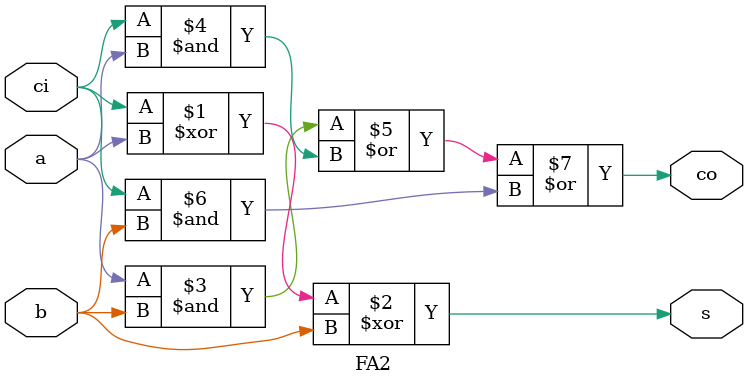
<source format=v>
module part2(A, B, Function, ALUout);
	input [3:0] A, B;
	input [1:0] Function;
	output reg [7:0] ALUout;
	
	wire [7:0] w; 
	wire [2:0] Temp;
	FA2 u5(A[0], B[0], 0, w[0], Temp[0]);
	FA2 u6(A[1], B[1], Temp[0], w[1], Temp[1]);
	FA2 u7(A[2], B[2], Temp[1], w[2], Temp[2]);
	FA2 u8(A[3], B[3], Temp[2], w[3], w[4]); // carry out as fifth bit
	assign w[7:5] = 3'b000; // default values for first 3 bits
	
	always@(*)
	begin 
		case (Function)
			2'b00: ALUout = w;
			2'b01: ALUout = |{A, B};
			2'b10: ALUout = &{A, B};
			2'b11: ALUout = {A, B};
			default: ALUout = 0;
		endcase
	end
endmodule


module FA2(a, b, ci, s, co);
	input a;
	input b;
	input ci;
	output s;
	output co;
	
	assign s = ci^a^b; // 001, 100, 010, 111
	assign co = (a&b)|(ci&a)|(ci&b); // 101, 011, 110, 111
endmodule

//module hex_decoder(c, display);
//
//	input [3:0] c;
//	output[6:0] display;
//	
//	assign display[0] = (~c[3] & ~c[2] & ~c[1] & c[0]) | (~c[3] & c[2] & ~c[1] & ~c[0]) | (c[3] & ~c[2] & c[1] & c[0]) | (c[3] & c[2] & ~c[1] & c[0]); // 0001, 0100, 1011, 1101
//	
//	assign display[1] = (~c[3] & c[2] & ~c[1] & c[0]) | (~c[3] & c[2] & c[1] & ~c[0]) | (c[3] & ~c[2] & c[1] & c[0]) | (c[3] & c[2] & ~c[1] & ~c[0]) | 
//								(c[3] & c[2] & c[1] & ~c[0]) | (c[3] & c[2] & c[1] & c[0]); // 0101, 0110, 1011, 1100, 1110, 1111
//	
//	assign display[2] = (~c[3] & ~c[2] & c[1] & ~c[0]) | (c[3] & c[2] & ~c[1] & ~c[0]) | (c[3] & c[2] & c[1] & ~c[0]) | (c[3] & c[2] & c[1] & c[0]); // 0010, 1100, 1110, 1111
//	
//	assign display[3] = (~c[3] & ~c[2] & ~c[1] & c[0]) | (~c[3] & c[2] & ~c[1] & ~c[0]) | (~c[3] & c[2] & c[1] & c[0]) | (c[3] & ~c[2] & ~c[1] & c[0]) | 
//								(c[3] & ~c[2] & c[1] & ~c[0]) | (c[3] & c[2] & c[1] & c[0]); // 0001, 0100, 0111, 1001, 1010, 1111
//	
//	assign display[4] = (~c[3] & ~c[2] & ~c[1] & c[0]) | (~c[3] & ~c[2] & c[1] & c[0]) | (~c[3] & c[2] & ~c[1] & ~c[0]) | (~c[3] & c[2] & ~c[1] & c[0]) | 
//								(~c[3] & c[2] & c[1] & c[0]) | (c[3] & ~c[2] & ~c[1] & c[0]); // 0001, 0011, 0100, 0101, 0111, 1001
//	
//	assign display[5] = (~c[3] & ~c[2] & ~c[1] & c[0]) | (~c[3] & ~c[2] & c[1] & ~c[0]) | (~c[3] & ~c[2] & c[1] & c[0]) | (~c[3] & c[2] & c[1] & c[0]) | 
//								(c[3] & c[2] & ~c[1] & ~c[0]) | (c[3] & c[2] & ~c[1] & c[0]); // 0001, 0010, 0011, 0111, 1100, 1101
//	
//	assign display[6] = (~c[3] & ~c[2] & ~c[1] & ~c[0]) | (~c[3] & ~c[2] & ~c[1] & c[0]) | (~c[3] & c[2] & c[1] & c[0]) | (c[3] & c[2] & ~c[1] & ~c[0]); // 0000, 0001, 0111, 1100
//	
//endmodule
//
//module toplevel(SW, KEY, HEX0, HEX1, HEX2, HEX3);
//	input [7:0] SW;
//	input [1:0] KEY;
//	output [7:0] HEX0, HEX1, HEX2, HEX3;
//	wire [7:0] hexresult;
//	
//	part2 u6(.A(SW[7:4]), .B(SW[3:0]), .Function(KEY[1:0]), .ALUout(hexresult));
//	hex_decoder u7(.c(SW[3:0]), .display(HEX0[7:0]));
//	hex_decoder u8(.c(SW[7:4]), .display(HEX1[7:0]));
//	hex_decoder u9(.c(hexresult[3:0]), .display(HEX2[7:0]));
//	hex_decoder u10(.c(hexresult[7:4]), .display(HEX3[7:0]));
//endmodule

</source>
